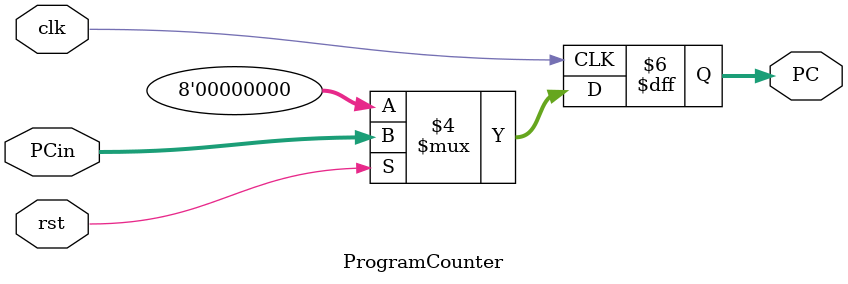
<source format=v>
module ProgramCounter(input [7:0]PCin,
	              input clk, rst,
		      output reg [7:0]PC);

  always@(posedge clk)
  begin
    if (~rst) PC = 0;
    else PC = PCin;
  end

endmodule

</source>
